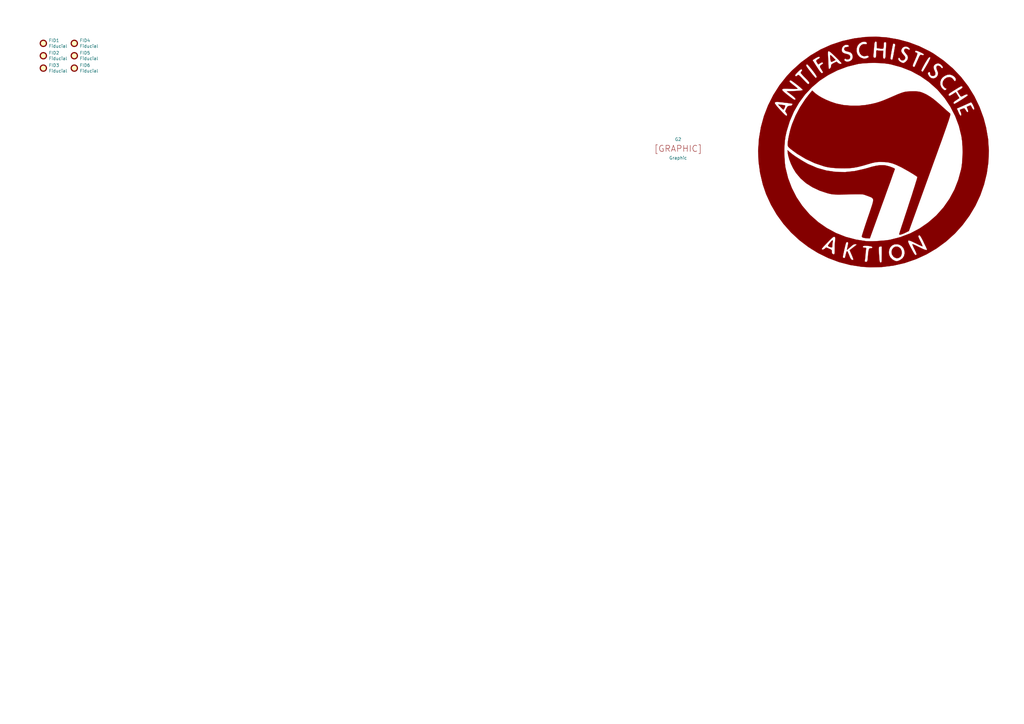
<source format=kicad_sch>
(kicad_sch (version 20210606) (generator eeschema)
  (paper "A3")
  (title_block (date "2021-05-31") (rev "1") (company "Aki"))
  (lib_symbols
    (symbol "Mechanical:Fiducial"
      (property "Reference" "FID" (at 0 5.08 0))
      (property "Value" "Fiducial" (at 0 3.175 0))
      (symbol "Fiducial_0_1"
        (circle (center 0 0) (radius 1.27) (stroke (width 0.508)) (fill (type background)))
      )
    )
    (symbol "lethalbit-graphics:Antifaschistische_Aktion" (pin_names (offset 1.016))
      (property "Reference" "G" (at -1.27 3.81 0))
      (property "Value" "Antifaschistische_Aktion" (at -1.27 3.81 0))
      (symbol "Antifaschistische_Aktion_1_1"
        (polyline (pts (xy -36.7792 -32.2326) (xy -36.5506 -31.9278) (xy -36.2966 -31.3944) (xy -36.1442 -30.8864) (xy -36.1442 -30.5816) (xy -36.2966 -30.5054) (xy -36.8554 -30.4038) (xy -37.6428 -30.3022) (xy -38.989 -30.1498) (xy -37.9984 -31.1912) (xy -37.5666 -31.6484) (xy -37.084 -32.0802) (xy -36.83 -32.258) (xy -36.7792 -32.2326)) (stroke (width 0.0254)) (fill (type outline)))
        (polyline (pts (xy -16.8656 -12.5984) (xy -16.2306 -12.2936) (xy -15.4432 -11.8872) (xy -16.4084 -10.8966) (xy -16.8148 -10.4902) (xy -17.2974 -10.0584) (xy -17.5768 -9.906) (xy -17.6276 -9.9822) (xy -17.653 -10.414) (xy -17.6022 -11.0998) (xy -17.526 -11.7856) (xy -17.399 -12.3698) (xy -17.3482 -12.4968) (xy -17.1958 -12.6492) (xy -16.8656 -12.5984)) (stroke (width 0.0254)) (fill (type outline)))
        (polyline (pts (xy 10.3886 -93.1164) (xy 11.1506 -92.6592) (xy 11.5316 -92.0242) (xy 11.7348 -91.0844) (xy 11.6078 -90.0938) (xy 11.176 -89.2302) (xy 10.4902 -88.6714) (xy 9.8552 -88.4428) (xy 9.0424 -88.4682) (xy 8.255 -88.9508) (xy 7.747 -89.662) (xy 7.5184 -90.6526) (xy 7.6962 -91.6432) (xy 8.2804 -92.5322) (xy 8.636 -92.837) (xy 9.4996 -93.1926) (xy 10.3886 -93.1164)) (stroke (width 0.0254)) (fill (type outline)))
        (polyline (pts (xy -16.8148 -88.5698) (xy -16.764 -87.9348) (xy -16.764 -87.8586) (xy -16.7132 -87.0458) (xy -16.6116 -86.4108) (xy -16.5608 -86.0552) (xy -16.6878 -85.852) (xy -16.7386 -85.8774) (xy -17.0688 -86.1568) (xy -17.526 -86.6648) (xy -18.034 -87.2744) (xy -18.3896 -87.7824) (xy -18.542 -88.1126) (xy -18.3642 -88.3158) (xy -17.8562 -88.5698) (xy -17.399 -88.7222) (xy -16.9672 -88.7984) (xy -16.8148 -88.5698)) (stroke (width 0.0254)) (fill (type outline)))
        (polyline (pts (xy 3.7338 -70.9168) (xy 4.6228 -68.5038) (xy 5.4864 -66.0654) (xy 6.2992 -63.8302) (xy 7.0358 -61.8236) (xy 7.6454 -60.071) (xy 8.1534 -58.6232) (xy 8.5598 -57.5564) (xy 8.7884 -56.8452) (xy 8.89 -56.5912) (xy 8.8138 -56.4896) (xy 8.382 -56.2356) (xy 7.6708 -55.9308) (xy 6.7818 -55.6006) (xy 5.842 -55.3466) (xy 5.0038 -55.1434) (xy 4.0894 -55.0672) (xy 2.8194 -55.0672) (xy 1.3462 -55.2704) (xy -0.381 -55.6514) (xy -2.4638 -56.261) (xy -3.3782 -56.515) (xy -7.493 -57.4548) (xy -11.5062 -57.8866) (xy -15.3924 -57.8104) (xy -19.2024 -57.2516) (xy -22.9108 -56.2102) (xy -26.543 -54.6608) (xy -27.0002 -54.4322) (xy -28.5242 -53.5686) (xy -30.1498 -52.578) (xy -31.75 -51.562) (xy -33.147 -50.5714) (xy -34.2138 -49.7078) (xy -35.1536 -48.895) (xy -34.9758 -50.3936) (xy -34.8488 -51.1048) (xy -34.3916 -52.7304) (xy -33.7312 -54.483) (xy -32.8676 -56.261) (xy -31.9024 -57.8612) (xy -31.6484 -58.2422) (xy -29.7942 -60.452) (xy -27.5336 -62.4332) (xy -24.892 -64.1096) (xy -21.9202 -65.5066) (xy -18.669 -66.5734) (xy -18.1356 -66.7004) (xy -17.2212 -66.9036) (xy -16.3576 -67.0306) (xy -15.367 -67.0814) (xy -14.1732 -67.1068) (xy -12.573 -67.0814) (xy -10.8712 -67.056) (xy -8.9408 -67.0052) (xy -7.4168 -66.9798) (xy -5.3086 -66.9798) (xy -4.6228 -67.0052) (xy -4.0894 -67.056) (xy -3.683 -67.1576) (xy -3.302 -67.2846) (xy -2.8956 -67.437) (xy -2.3876 -67.6148) (xy -1.8034 -67.8434) (xy -1.1176 -68.0974) (xy -0.5842 -68.3514) (xy -0.254 -68.6308) (xy -0.0508 -69.0118) (xy 0 -69.5198) (xy -0.127 -70.2564) (xy -0.4064 -71.2724) (xy -0.8382 -72.5932) (xy -1.397 -74.2696) (xy -2.1336 -76.4032) (xy -2.3876 -77.1398) (xy -2.9972 -78.9432) (xy -3.5306 -80.5688) (xy -3.9878 -81.9912) (xy -4.3434 -83.1088) (xy -4.572 -83.8708) (xy -4.6736 -84.2264) (xy -4.5212 -84.6074) (xy -3.937 -84.836) (xy -3.1496 -84.963) (xy -2.286 -85.0392) (xy -1.397 -85.09) (xy 3.7338 -70.9168)) (stroke (width 0.0254)) (fill (type outline)))
        (polyline (pts (xy 12.0396 -83.2612) (xy 13.1064 -82.804) (xy 14.6304 -82.042) (xy 23.2918 -58.0898) (xy 24.6634 -54.2798) (xy 25.9334 -50.8) (xy 27.0256 -47.752) (xy 27.9908 -45.1104) (xy 28.8036 -42.8244) (xy 29.4894 -40.8686) (xy 30.0736 -39.2176) (xy 30.5308 -37.8714) (xy 30.9118 -36.7792) (xy 31.1912 -35.8902) (xy 31.3944 -35.2298) (xy 31.5214 -34.7218) (xy 31.5976 -34.3408) (xy 31.5976 -34.1122) (xy 31.5722 -33.9344) (xy 31.5214 -33.8328) (xy 31.4452 -33.782) (xy 31.3436 -33.6804) (xy 30.861 -33.274) (xy 30.099 -32.6136) (xy 29.1592 -31.7754) (xy 28.1432 -30.861) (xy 27.813 -30.5562) (xy 26.0604 -29.0322) (xy 24.5364 -27.7876) (xy 23.1648 -26.8478) (xy 21.8948 -26.0858) (xy 20.5994 -25.4762) (xy 19.8882 -25.1968) (xy 19.1516 -24.9682) (xy 18.3896 -24.8412) (xy 17.4244 -24.765) (xy 15.9766 -24.765) (xy 14.9352 -24.7904) (xy 14.0208 -24.8412) (xy 13.1826 -24.9428) (xy 12.2936 -25.1714) (xy 11.303 -25.5016) (xy 10.1092 -25.9588) (xy 8.636 -26.5938) (xy 6.7818 -27.4066) (xy 6.35 -27.5844) (xy 4.318 -28.448) (xy 2.54 -29.083) (xy 0.8382 -29.591) (xy -0.9652 -29.9974) (xy -2.9972 -30.353) (xy -3.0734 -30.3784) (xy -5.9944 -30.6578) (xy -9.0678 -30.6578) (xy -12.0904 -30.4038) (xy -14.859 -29.845) (xy -15.6718 -29.6164) (xy -17.526 -28.9814) (xy -19.4056 -28.194) (xy -21.1328 -27.3304) (xy -22.6314 -26.416) (xy -23.7744 -25.5778) (xy -25.019 -24.4348) (xy -26.3906 -26.1112) (xy -27.8638 -28.0162) (xy -29.9974 -31.2674) (xy -31.8008 -34.671) (xy -33.2232 -38.1) (xy -33.528 -38.989) (xy -34.0106 -40.6146) (xy -34.417 -42.291) (xy -34.7472 -43.8912) (xy -34.9758 -45.2882) (xy -35.052 -46.3296) (xy -35.052 -46.482) (xy -35.0266 -46.9646) (xy -34.8996 -47.371) (xy -34.5948 -47.752) (xy -34.036 -48.26) (xy -33.147 -48.9458) (xy -31.1658 -50.3936) (xy -27.6098 -52.5272) (xy -23.9014 -54.2544) (xy -20.1168 -55.5244) (xy -19.304 -55.7276) (xy -18.161 -55.9562) (xy -16.9418 -56.1086) (xy -15.5194 -56.2356) (xy -13.716 -56.3118) (xy -11.7348 -56.3372) (xy -9.8552 -56.2864) (xy -8.128 -56.1086) (xy -6.35 -55.7784) (xy -4.4196 -55.2958) (xy -2.159 -54.6354) (xy -0.7874 -54.229) (xy 0.3048 -53.975) (xy 1.2446 -53.7972) (xy 2.2352 -53.721) (xy 3.429 -53.721) (xy 4.699 -53.7464) (xy 6.2738 -53.9242) (xy 7.7724 -54.2798) (xy 9.3472 -54.864) (xy 11.176 -55.7276) (xy 11.7348 -56.007) (xy 12.827 -56.6166) (xy 13.9954 -57.277) (xy 15.1892 -57.9628) (xy 16.2814 -58.6232) (xy 17.1958 -59.2074) (xy 17.8308 -59.6392) (xy 18.1356 -59.8932) (xy 18.0594 -60.1726) (xy 17.8816 -60.9092) (xy 17.526 -62.0014) (xy 17.0942 -63.4492) (xy 16.5354 -65.1764) (xy 15.9258 -67.1576) (xy 15.2146 -69.3166) (xy 14.4526 -71.628) (xy 14.4526 -71.6788) (xy 13.6906 -73.9902) (xy 12.9794 -76.1492) (xy 12.3444 -78.1304) (xy 11.7602 -79.8576) (xy 11.303 -81.28) (xy 10.9474 -82.3722) (xy 10.7442 -83.0834) (xy 10.668 -83.3628) (xy 10.7696 -83.5152) (xy 11.2522 -83.5152) (xy 12.0396 -83.2612)) (stroke (width 0.0254)) (fill (type outline)))
        (polyline (pts (xy 3.5814 -96.8248) (xy 8.3566 -96.2152) (xy 13.0048 -95.1484) (xy 17.526 -93.599) (xy 21.8694 -91.6178) (xy 26.0096 -89.1794) (xy 29.8958 -86.3346) (xy 33.528 -83.058) (xy 36.6268 -79.629) (xy 39.4716 -75.7682) (xy 41.91 -71.7042) (xy 43.9166 -67.4116) (xy 45.466 -62.9666) (xy 46.5836 -58.42) (xy 47.244 -53.7464) (xy 47.4218 -49.0474) (xy 47.117 -44.323) (xy 46.3042 -39.6494) (xy 45.2882 -35.7632) (xy 43.5864 -31.1404) (xy 41.4782 -26.7716) (xy 38.9382 -22.6568) (xy 35.9918 -18.8468) (xy 32.639 -15.3416) (xy 28.9052 -12.1666) (xy 24.8158 -9.3218) (xy 23.0378 -8.2804) (xy 18.9484 -6.2738) (xy 14.6304 -4.6482) (xy 10.1854 -3.4544) (xy 5.6388 -2.667) (xy 1.1176 -2.3368) (xy -3.3274 -2.4892) (xy -7.747 -3.048) (xy -12.5984 -4.1148) (xy -17.1958 -5.6388) (xy -21.5646 -7.5946) (xy -21.6916 -7.6708) (xy -12.9286 -7.6708) (xy -12.7254 -6.7818) (xy -12.192 -6.096) (xy -11.43 -5.6896) (xy -10.541 -5.6896) (xy -10.0838 -5.8928) (xy -9.906 -6.1976) (xy -10.16 -6.477) (xy -10.795 -6.604) (xy -10.9728 -6.604) (xy -11.557 -6.731) (xy -11.8364 -7.112) (xy -11.8364 -7.1882) (xy -11.811 -7.7724) (xy -11.3284 -8.2042) (xy -10.7696 -8.3566) (xy -6.8326 -8.3566) (xy -6.8072 -7.2136) (xy -6.4516 -6.1214) (xy -5.7912 -5.2324) (xy -4.7752 -4.5974) (xy -4.1402 -4.4196) (xy -3.3274 -4.3942) (xy -2.7686 -4.6228) (xy -2.54 -5.0546) (xy -2.5908 -5.3086) (xy -2.8194 -5.461) (xy -3.4036 -5.4102) (xy -4.0894 -5.4102) (xy -4.8768 -5.7912) (xy -5.4356 -6.477) (xy -5.7658 -7.366) (xy -5.7404 -8.3566) (xy -5.3594 -9.3218) (xy -4.699 -10.033) (xy -3.7846 -10.3632) (xy -2.7686 -10.2108) (xy -2.5654 -10.1346) (xy -2.1336 -10.0838) (xy -1.9304 -10.3378) (xy 0.0508 -10.3378) (xy 0.1016 -9.5504) (xy 0.1778 -8.636) (xy 0.2794 -7.4422) (xy 0.381 -6.2738) (xy 0.4064 -6.096) (xy 0.4826 -5.1562) (xy 0.6096 -4.6228) (xy 0.762 -4.3688) (xy 1.016 -4.318) (xy 1.1684 -4.318) (xy 1.397 -4.4704) (xy 1.4986 -4.8768) (xy 1.524 -5.6642) (xy 1.524 -7.0358) (xy 2.6924 -7.1882) (xy 3.0226 -7.239) (xy 3.7084 -7.2644) (xy 4.0894 -7.2136) (xy 4.1656 -7.0866) (xy 4.2672 -6.5786) (xy 4.318 -5.8166) (xy 4.318 -5.4102) (xy 4.3688 -4.8514) (xy 4.5466 -4.6228) (xy 4.8768 -4.5466) (xy 4.9022 -4.572) (xy 5.1562 -4.572) (xy 5.3086 -4.7244) (xy 5.3848 -5.0546) (xy 5.3594 -5.715) (xy 5.2832 -6.7818) (xy 5.2578 -7.0358) (xy 5.1816 -8.255) (xy 5.1308 -9.3726) (xy 5.08 -10.2108) (xy 5.08 -10.5664) (xy 4.953 -11.176) (xy 4.8768 -11.2522) (xy 7.0612 -11.2522) (xy 7.112 -10.6934) (xy 7.239 -9.8044) (xy 7.4676 -8.4836) (xy 7.493 -8.3312) (xy 7.7216 -7.1374) (xy 7.9248 -6.1468) (xy 8.0772 -5.461) (xy 8.1788 -5.1816) (xy 8.3058 -5.1308) (xy 8.7376 -5.2324) (xy 8.9916 -5.4102) (xy 9.0424 -5.9182) (xy 8.9916 -6.1722) (xy 8.8392 -6.8834) (xy 8.6868 -7.874) (xy 8.4836 -9.017) (xy 8.3566 -9.7536) (xy 8.1534 -10.7188) (xy 8.0264 -11.303) (xy 10.2362 -11.303) (xy 10.4394 -10.9982) (xy 10.7696 -10.9728) (xy 11.0236 -11.4046) (xy 11.1506 -11.6332) (xy 11.6078 -12.0396) (xy 12.192 -12.0904) (xy 12.7508 -11.8364) (xy 13.1064 -11.2522) (xy 13.1318 -10.8204) (xy 12.9032 -10.3124) (xy 12.3444 -9.6774) (xy 11.938 -9.2202) (xy 11.5062 -8.4582) (xy 11.5062 -7.747) (xy 11.938 -7.0104) (xy 12.192 -6.731) (xy 13.0048 -6.3754) (xy 13.8684 -6.4008) (xy 14.6812 -6.8834) (xy 15.0114 -7.2898) (xy 15.0622 -7.6454) (xy 14.732 -7.747) (xy 14.1478 -7.493) (xy 14.0716 -7.4422) (xy 13.4112 -7.239) (xy 12.9286 -7.3914) (xy 12.7 -7.8232) (xy 12.7762 -8.4074) (xy 13.2334 -9.017) (xy 13.2842 -9.0932) (xy 14.0462 -10.033) (xy 14.3002 -10.9474) (xy 14.0462 -11.8364) (xy 13.3096 -12.6492) (xy 13.2588 -12.7) (xy 12.7254 -13.0556) (xy 12.3444 -13.1826) (xy 12.0396 -13.1318) (xy 11.3284 -12.827) (xy 10.6934 -12.3444) (xy 10.287 -11.7856) (xy 10.2362 -11.303) (xy 8.0264 -11.303) (xy 8.001 -11.4046) (xy 7.8994 -11.684) (xy 7.7724 -11.7602) (xy 7.3152 -11.7348) (xy 7.239 -11.7094) (xy 7.112 -11.557) (xy 7.0612 -11.2522) (xy 4.8768 -11.2522) (xy 4.6736 -11.4046) (xy 4.191 -11.2776) (xy 4.064 -11.0744) (xy 4.0132 -10.4902) (xy 4.0132 -9.652) (xy 4.0894 -8.128) (xy 3.0734 -8.128) (xy 2.921 -8.1026) (xy 2.159 -8.0518) (xy 1.524 -7.9248) (xy 1.3462 -8.0518) (xy 1.27 -8.4836) (xy 1.27 -9.3472) (xy 1.2192 -10.2362) (xy 1.0922 -10.8458) (xy 0.8128 -11.0744) (xy 0.381 -10.9982) (xy 0.3556 -10.9982) (xy 0.127 -10.795) (xy 0.0508 -10.3378) (xy -1.9304 -10.3378) (xy -1.905 -10.414) (xy -1.8288 -10.6934) (xy -1.9812 -10.8712) (xy -2.4638 -11.1252) (xy -2.8194 -11.2776) (xy -3.8608 -11.3792) (xy -5.0292 -10.9982) (xy -5.8674 -10.3886) (xy -6.5278 -9.4488) (xy -6.8326 -8.3566) (xy -10.7696 -8.3566) (xy -10.3632 -8.4582) (xy -10.2616 -8.4582) (xy -9.2456 -8.8138) (xy -8.6106 -9.4742) (xy -8.382 -10.414) (xy -8.4582 -11.176) (xy -8.763 -11.8364) (xy -9.4234 -12.319) (xy -9.9314 -12.5222) (xy -10.795 -12.6492) (xy -11.557 -12.3444) (xy -11.8618 -11.9888) (xy -11.7602 -11.557) (xy -11.557 -11.303) (xy -11.3284 -11.3792) (xy -11.049 -11.6078) (xy -10.4648 -11.684) (xy -9.8806 -11.5316) (xy -9.525 -11.176) (xy -9.4742 -10.3632) (xy -9.8298 -9.8044) (xy -10.6426 -9.4996) (xy -11.0744 -9.4234) (xy -12.0142 -9.144) (xy -12.5984 -8.763) (xy -12.8778 -8.2042) (xy -12.9286 -7.6708) (xy -21.6916 -7.6708) (xy -24.5618 -9.3726) (xy -18.5928 -9.3726) (xy -18.5674 -8.7376) (xy -18.4912 -8.382) (xy -18.3134 -8.2296) (xy -18.0594 -8.3058) (xy -17.4498 -8.7376) (xy -16.5862 -9.4996) (xy -15.4686 -10.5664) (xy -14.3002 -11.7348) (xy -13.6144 -12.4714) (xy -13.1318 -13.0048) (xy -12.954 -13.2334) (xy -13.0302 -13.4112) (xy -13.3604 -13.5636) (xy -13.8938 -13.462) (xy -14.4018 -13.1572) (xy -15.0114 -12.5984) (xy -16.1544 -13.1318) (xy -16.9164 -13.589) (xy -17.2212 -13.9446) (xy -17.272 -14.4526) (xy -17.3736 -14.986) (xy -17.78 -15.494) (xy -17.9324 -15.5448) (xy -18.1864 -15.5956) (xy -18.288 -15.3416) (xy -18.3388 -14.6558) (xy -18.3388 -14.3256) (xy -18.3896 -13.3858) (xy -18.4404 -12.2174) (xy -18.5166 -10.9728) (xy -18.542 -10.414) (xy -18.5928 -9.3726) (xy -24.5618 -9.3726) (xy -25.7048 -10.033) (xy -28.321 -11.9634) (xy -24.892 -11.9634) (xy -23.6474 -11.176) (xy -23.3426 -10.9982) (xy -22.5298 -10.5918) (xy -22.0218 -10.5664) (xy -21.844 -10.922) (xy -21.8694 -10.9474) (xy -22.098 -11.2268) (xy -22.606 -11.557) (xy -22.8092 -11.6586) (xy -23.2664 -12.0142) (xy -23.3172 -12.446) (xy -22.9616 -13.081) (xy -22.5552 -13.716) (xy -21.7424 -13.208) (xy -21.3106 -12.954) (xy -20.9042 -12.8524) (xy -20.6248 -13.0302) (xy -20.5486 -13.1318) (xy -20.6248 -13.4366) (xy -21.1074 -13.7922) (xy -21.59 -14.1224) (xy -21.8186 -14.5034) (xy -21.6916 -15.0368) (xy -21.209 -15.7988) (xy -21.0566 -16.0528) (xy -20.7264 -16.6116) (xy -20.574 -16.9672) (xy -20.6248 -17.0942) (xy -20.955 -17.3482) (xy -21.0058 -17.3482) (xy -21.1836 -17.2974) (xy -21.463 -17.0688) (xy -21.844 -16.6116) (xy -22.3774 -15.875) (xy -23.0886 -14.7828) (xy -24.0284 -13.3096) (xy -24.892 -11.9634) (xy -28.321 -11.9634) (xy -29.6164 -12.9032) (xy -30.8102 -13.9954) (xy -27.5082 -13.9954) (xy -27.3812 -13.7922) (xy -27.3304 -13.7414) (xy -27.1272 -13.6906) (xy -26.8478 -13.843) (xy -26.4414 -14.2748) (xy -25.8318 -14.986) (xy -24.9682 -16.0528) (xy -24.765 -16.3068) (xy -23.9268 -17.4244) (xy -23.4188 -18.2118) (xy -23.1648 -18.6944) (xy -23.1902 -18.9738) (xy -23.3172 -19.1262) (xy -23.5966 -19.304) (xy -23.8506 -19.05) (xy -24.3332 -18.4912) (xy -24.9936 -17.7038) (xy -25.7556 -16.7386) (xy -26.0604 -16.3322) (xy -26.797 -15.367) (xy -27.2542 -14.7066) (xy -27.4828 -14.2748) (xy -27.5082 -13.9954) (xy -30.8102 -13.9954) (xy -33.2994 -16.2306) (xy -35.2552 -18.3134) (xy -32.0548 -18.3134) (xy -32.004 -18.0086) (xy -31.6484 -17.5514) (xy -30.9626 -16.8402) (xy -30.5562 -16.4338) (xy -29.9466 -15.9004) (xy -29.5656 -15.7226) (xy -29.2862 -15.7734) (xy -29.2354 -15.8242) (xy -29.083 -16.1036) (xy -29.337 -16.4846) (xy -29.5656 -16.7894) (xy -29.718 -17.1704) (xy -29.6418 -17.3228) (xy -29.2354 -17.8054) (xy -28.6258 -18.4912) (xy -27.7114 -19.4056) (xy -26.8732 -20.2692) (xy -26.3906 -20.8534) (xy -26.162 -21.2598) (xy -26.2128 -21.4884) (xy -26.3652 -21.6662) (xy -26.6954 -21.844) (xy -26.8224 -21.7424) (xy -27.2542 -21.3614) (xy -27.8892 -20.7264) (xy -28.6512 -19.939) (xy -29.1846 -19.3802) (xy -29.8704 -18.669) (xy -30.4038 -18.1864) (xy -30.6832 -18.034) (xy -30.861 -18.0848) (xy -31.2674 -18.415) (xy -31.5722 -18.6436) (xy -31.9278 -18.4912) (xy -32.0548 -18.3134) (xy -35.2552 -18.3134) (xy -35.433 -18.4912) (xy -38.4302 -22.2758) (xy -39.5986 -24.13) (xy -37.3634 -24.13) (xy -37.2872 -23.9268) (xy -37.1348 -23.7998) (xy -36.8046 -23.6728) (xy -36.2204 -23.6474) (xy -35.306 -23.6474) (xy -33.9852 -23.7236) (xy -32.8422 -23.7744) (xy -31.877 -23.7744) (xy -31.242 -23.749) (xy -31.0134 -23.6982) (xy -31.0388 -23.622) (xy -31.3944 -23.2664) (xy -32.004 -22.7584) (xy -32.8168 -22.1234) (xy -33.274 -21.7424) (xy -33.9598 -21.209) (xy -34.29 -20.8534) (xy -34.3662 -20.5994) (xy -34.2392 -20.3708) (xy -34.163 -20.32) (xy -33.9598 -20.2438) (xy -33.6296 -20.32) (xy -33.147 -20.6248) (xy -32.4104 -21.1582) (xy -31.3436 -21.971) (xy -31.2674 -22.0218) (xy -30.3276 -22.7838) (xy -29.5402 -23.4696) (xy -29.0322 -23.9522) (xy -28.829 -24.2062) (xy -28.9306 -24.3078) (xy -29.4894 -24.4348) (xy -30.5562 -24.5364) (xy -32.131 -24.638) (xy -35.433 -24.765) (xy -33.5788 -26.162) (xy -33.1978 -26.4668) (xy -32.4612 -27.1018) (xy -31.9786 -27.6098) (xy -31.8262 -27.9146) (xy -31.9024 -28.1178) (xy -32.0802 -28.2702) (xy -32.4358 -28.194) (xy -32.9946 -27.8638) (xy -33.8328 -27.2542) (xy -35.0012 -26.3652) (xy -35.2298 -26.1874) (xy -36.2204 -25.3746) (xy -36.8808 -24.7904) (xy -37.2618 -24.384) (xy -37.3634 -24.13) (xy -39.5986 -24.13) (xy -40.9702 -26.2636) (xy -42.545 -29.4132) (xy -40.4114 -29.4132) (xy -40.132 -29.1592) (xy -39.4208 -29.083) (xy -38.227 -29.1592) (xy -36.576 -29.3624) (xy -36.2204 -29.4132) (xy -35.0266 -29.5402) (xy -34.036 -29.6926) (xy -33.3502 -29.7688) (xy -33.0962 -29.8196) (xy -33.0708 -29.9212) (xy -33.1724 -30.3022) (xy -33.4772 -30.5816) (xy -34.2138 -30.734) (xy -34.4424 -30.734) (xy -34.8996 -30.8356) (xy -35.2552 -31.1658) (xy -35.6108 -31.8516) (xy -35.8394 -32.3088) (xy -36.0172 -32.8168) (xy -35.9918 -33.147) (xy -35.7378 -33.4518) (xy -35.4838 -33.8582) (xy -35.306 -34.3408) (xy -35.3568 -34.6456) (xy -35.5092 -34.8234) (xy -35.8394 -34.6964) (xy -36.3728 -34.2646) (xy -37.1602 -33.4772) (xy -38.227 -32.3342) (xy -38.8366 -31.6738) (xy -39.7256 -30.6324) (xy -40.259 -29.8704) (xy -40.4114 -29.4132) (xy -42.545 -29.4132) (xy -43.1038 -30.5054) (xy -44.8056 -34.8996) (xy -46.0502 -39.4462) (xy -46.8376 -44.0944) (xy -47.1678 -48.7934) (xy -47.1678 -49.3776) (xy -36.449 -49.3776) (xy -36.3982 -47.117) (xy -36.2458 -45.0342) (xy -35.9918 -43.307) (xy -35.5346 -41.1988) (xy -34.2392 -37.0078) (xy -32.5374 -33.0708) (xy -30.4292 -29.4132) (xy -27.94 -26.0604) (xy -25.0952 -23.0378) (xy -21.9202 -20.3454) (xy -18.415 -18.0594) (xy -14.6304 -16.129) (xy -10.5664 -14.605) (xy -6.223 -13.5382) (xy -5.842 -13.462) (xy -4.0132 -13.2588) (xy -1.8796 -13.1318) (xy 0.4064 -13.081) (xy 2.6924 -13.1572) (xy 4.8006 -13.3096) (xy 6.604 -13.5636) (xy 7.3406 -13.716) (xy 8.9154 -14.1478) (xy 16.2052 -14.1478) (xy 16.3322 -13.6906) (xy 16.637 -12.954) (xy 17.145 -11.8364) (xy 17.2212 -11.6332) (xy 17.7292 -10.4648) (xy 18.0086 -9.6774) (xy 18.0848 -9.1948) (xy 17.9578 -8.9408) (xy 17.5006 -8.8646) (xy 17.145 -8.6106) (xy 17.2212 -8.1534) (xy 17.272 -8.1026) (xy 17.5768 -8.0518) (xy 18.1864 -8.2042) (xy 19.1262 -8.6106) (xy 19.2278 -8.6614) (xy 20.0406 -9.0424) (xy 20.5994 -9.3726) (xy 20.828 -9.5758) (xy 20.8026 -9.7536) (xy 20.5232 -10.0076) (xy 19.8882 -9.8806) (xy 19.6342 -9.8044) (xy 19.3802 -9.8298) (xy 19.1262 -10.0838) (xy 18.8214 -10.668) (xy 18.3896 -11.6078) (xy 18.288 -11.8618) (xy 17.8308 -12.8524) (xy 17.4498 -13.716) (xy 17.1958 -14.2748) (xy 17.018 -14.6304) (xy 16.764 -14.8336) (xy 16.4338 -14.6558) (xy 16.383 -14.6304) (xy 16.2306 -14.4272) (xy 16.2052 -14.1478) (xy 8.9154 -14.1478) (xy 11.5316 -14.859) (xy 15.4686 -16.4084) (xy 19.7358 -16.4084) (xy 19.7612 -16.0782) (xy 19.9898 -15.5448) (xy 20.4216 -14.6812) (xy 21.082 -13.4874) (xy 21.2598 -13.1572) (xy 21.9964 -11.9634) (xy 22.5298 -11.176) (xy 22.9362 -10.7696) (xy 23.241 -10.6934) (xy 23.4696 -10.8966) (xy 23.495 -10.922) (xy 23.3934 -11.2522) (xy 23.0886 -11.938) (xy 22.6314 -12.8778) (xy 22.0218 -13.9446) (xy 21.9456 -14.0716) (xy 21.336 -15.113) (xy 20.828 -15.9512) (xy 20.4724 -16.5354) (xy 20.32 -16.7386) (xy 20.2184 -16.7132) (xy 19.8374 -16.51) (xy 19.7358 -16.4084) (xy 15.4686 -16.4084) (xy 15.5448 -16.4338) (xy 16.9926 -17.2212) (xy 22.4028 -17.2212) (xy 22.606 -16.9926) (xy 22.9616 -16.7894) (xy 23.2664 -16.8656) (xy 23.368 -17.3482) (xy 23.495 -17.9832) (xy 24.003 -18.415) (xy 24.7396 -18.4404) (xy 25.019 -18.3388) (xy 25.4508 -17.907) (xy 25.4762 -17.1704) (xy 25.0952 -16.1544) (xy 24.8666 -15.6464) (xy 24.7142 -14.732) (xy 25.019 -14.0208) (xy 25.7302 -13.462) (xy 25.7556 -13.462) (xy 26.6446 -13.2588) (xy 27.4828 -13.5382) (xy 28.2702 -14.2748) (xy 28.5496 -14.6812) (xy 28.6512 -15.0114) (xy 28.4226 -15.24) (xy 28.1178 -15.3162) (xy 27.813 -14.9606) (xy 27.7876 -14.8844) (xy 27.3304 -14.478) (xy 26.7208 -14.2494) (xy 26.162 -14.3256) (xy 26.1366 -14.351) (xy 25.9334 -14.8082) (xy 25.9842 -15.494) (xy 26.289 -16.256) (xy 26.6192 -17.145) (xy 26.543 -18.1102) (xy 25.9842 -18.923) (xy 25.7302 -19.1262) (xy 24.8412 -19.5072) (xy 23.9776 -19.431) (xy 23.1902 -18.923) (xy 22.5806 -18.0086) (xy 22.4282 -17.6276) (xy 22.4028 -17.2212) (xy 16.9926 -17.2212) (xy 19.304 -18.4658) (xy 22.8092 -20.9042) (xy 22.86 -20.955) (xy 27.4828 -20.955) (xy 27.8638 -19.812) (xy 28.4988 -19.0246) (xy 29.4132 -18.3642) (xy 30.4546 -17.9324) (xy 31.4452 -17.8562) (xy 32.4104 -18.161) (xy 33.1978 -18.6436) (xy 33.7312 -19.2532) (xy 33.9598 -19.8628) (xy 33.782 -20.4216) (xy 33.5534 -20.6248) (xy 33.2994 -20.5486) (xy 32.9692 -20.066) (xy 32.3088 -19.304) (xy 31.4452 -18.9484) (xy 30.353 -19.0754) (xy 30.1244 -19.1516) (xy 29.2608 -19.7358) (xy 28.6512 -20.6248) (xy 28.448 -21.6408) (xy 28.575 -22.225) (xy 28.9814 -22.8854) (xy 29.4894 -23.3934) (xy 29.972 -23.622) (xy 30.1498 -23.6728) (xy 29.972 -24.003) (xy 29.7688 -24.1808) (xy 29.4386 -24.3332) (xy 29.0322 -24.1808) (xy 28.4226 -23.6728) (xy 27.9908 -23.1902) (xy 27.5336 -22.1234) (xy 27.4828 -20.955) (xy 22.86 -20.955) (xy 26.0096 -23.749) (xy 26.543 -24.2824) (xy 28.1432 -26.1874) (xy 30.861 -26.1874) (xy 31.0896 -25.7556) (xy 31.8008 -25.2222) (xy 32.4866 -24.7904) (xy 33.4518 -24.1808) (xy 34.4424 -23.5712) (xy 34.9758 -23.241) (xy 35.7378 -22.8092) (xy 36.195 -22.6314) (xy 36.4744 -22.7076) (xy 36.6522 -22.9616) (xy 36.6776 -23.0886) (xy 36.3982 -23.495) (xy 35.6616 -24.003) (xy 34.5186 -24.6634) (xy 35.1536 -25.7302) (xy 35.3822 -26.0604) (xy 35.7632 -26.6192) (xy 36.0426 -26.8732) (xy 36.1188 -26.8732) (xy 36.576 -26.7208) (xy 37.211 -26.3906) (xy 37.465 -26.2382) (xy 38.1508 -26.0096) (xy 38.6588 -26.0604) (xy 38.862 -26.3652) (xy 38.8366 -26.3652) (xy 38.608 -26.6192) (xy 38.0238 -27.051) (xy 37.1856 -27.6098) (xy 36.1696 -28.2702) (xy 36.068 -28.321) (xy 35.052 -28.956) (xy 34.163 -29.4894) (xy 33.5534 -29.8196) (xy 33.274 -29.972) (xy 33.147 -29.9212) (xy 32.9184 -29.5656) (xy 32.9184 -29.337) (xy 33.2486 -28.9306) (xy 34.036 -28.3972) (xy 34.5948 -28.0162) (xy 35.1028 -27.686) (xy 35.306 -27.5082) (xy 35.2298 -27.3812) (xy 34.9758 -26.924) (xy 34.5694 -26.2636) (xy 33.8582 -25.1206) (xy 32.6644 -25.8826) (xy 32.5628 -25.9588) (xy 31.8008 -26.416) (xy 31.3182 -26.6192) (xy 31.0388 -26.5684) (xy 30.8864 -26.2636) (xy 30.861 -26.1874) (xy 28.1432 -26.1874) (xy 29.3116 -27.5336) (xy 31.6738 -31.0896) (xy 32.0294 -31.8008) (xy 34.29 -31.8008) (xy 37.0078 -30.607) (xy 38.0492 -30.1498) (xy 38.989 -29.718) (xy 40.0558 -29.2608) (xy 40.2336 -29.3116) (xy 40.6146 -29.7688) (xy 41.0464 -30.607) (xy 41.2242 -31.0134) (xy 41.4782 -31.6738) (xy 41.5036 -32.0548) (xy 41.3512 -32.258) (xy 41.2242 -32.3088) (xy 40.9194 -32.1564) (xy 40.5384 -31.5468) (xy 40.4114 -31.3182) (xy 40.132 -30.7848) (xy 40.005 -30.5308) (xy 39.8526 -30.5308) (xy 39.4208 -30.6832) (xy 38.862 -30.9118) (xy 38.4048 -31.115) (xy 38.4048 -31.1404) (xy 38.5064 -31.5214) (xy 38.735 -32.1056) (xy 38.9382 -32.6644) (xy 38.989 -33.0708) (xy 38.8112 -33.2994) (xy 38.735 -33.3248) (xy 38.4048 -33.1978) (xy 38.0238 -32.6136) (xy 37.9222 -32.4612) (xy 37.592 -31.9532) (xy 37.3634 -31.75) (xy 37.2618 -31.75) (xy 36.83 -31.8516) (xy 36.2458 -32.0548) (xy 35.7632 -32.2326) (xy 35.56 -32.3596) (xy 35.56 -32.4104) (xy 35.687 -32.766) (xy 35.941 -33.3756) (xy 36.0172 -33.5534) (xy 36.1696 -34.163) (xy 36.1696 -34.544) (xy 35.9664 -34.7726) (xy 35.7632 -34.7472) (xy 35.4838 -34.417) (xy 35.1282 -33.7312) (xy 34.6456 -32.5882) (xy 34.29 -31.8008) (xy 32.0294 -31.8008) (xy 33.6296 -34.8996) (xy 35.1536 -38.9382) (xy 36.195 -43.18) (xy 36.195 -43.2308) (xy 36.4744 -45.1104) (xy 36.6268 -47.3202) (xy 36.6776 -49.6824) (xy 36.6014 -52.07) (xy 36.449 -54.2544) (xy 36.195 -56.134) (xy 36.0426 -56.8706) (xy 34.8996 -61.0616) (xy 33.3248 -65.0748) (xy 31.2928 -68.834) (xy 28.8544 -72.3392) (xy 26.0096 -75.5396) (xy 25.7556 -75.7936) (xy 22.5044 -78.613) (xy 18.9992 -81.026) (xy 15.2146 -83.0072) (xy 11.2268 -84.5312) (xy 7.0612 -85.598) (xy 6.5532 -85.6996) (xy 5.0546 -85.9028) (xy 3.3528 -86.0552) (xy 2.286 -86.1314) (xy 14.2748 -86.1314) (xy 14.5034 -85.9028) (xy 15.0876 -86.0044) (xy 16.0528 -86.4108) (xy 17.4498 -87.0712) (xy 18.4658 -87.5792) (xy 19.3548 -87.9856) (xy 19.9644 -88.2396) (xy 20.2184 -88.2904) (xy 20.2184 -88.2142) (xy 20.066 -87.7824) (xy 19.7612 -87.0458) (xy 18.8976 -85.3186) (xy 18.5928 -84.6328) (xy 18.4912 -84.2264) (xy 18.542 -83.9724) (xy 18.7452 -83.8454) (xy 18.8214 -83.7946) (xy 19.0246 -83.7946) (xy 19.2786 -84.0232) (xy 19.5834 -84.4804) (xy 20.0406 -85.2932) (xy 20.6502 -86.487) (xy 20.701 -86.6394) (xy 21.2344 -87.7316) (xy 21.6916 -88.6714) (xy 21.971 -89.3318) (xy 22.098 -89.662) (xy 21.9964 -89.8398) (xy 21.6662 -89.8652) (xy 21.0566 -89.6874) (xy 20.0914 -89.281) (xy 18.7452 -88.6206) (xy 17.8308 -88.1634) (xy 16.9418 -87.757) (xy 16.3322 -87.503) (xy 16.0782 -87.4522) (xy 16.0782 -87.5284) (xy 16.2306 -87.9602) (xy 16.5354 -88.6968) (xy 16.9926 -89.6112) (xy 17.3482 -90.3478) (xy 17.6784 -91.0844) (xy 17.8054 -91.5162) (xy 17.7546 -91.7448) (xy 17.5768 -91.8972) (xy 17.5006 -91.9226) (xy 17.272 -91.9226) (xy 17.018 -91.6686) (xy 16.6878 -91.186) (xy 16.2052 -90.3478) (xy 15.5448 -89.1032) (xy 15.494 -89.027) (xy 14.8082 -87.6808) (xy 14.3764 -86.7156) (xy 14.2748 -86.1314) (xy 2.286 -86.1314) (xy 1.5494 -86.1822) (xy -0.2032 -86.2584) (xy -1.7526 -86.2584) (xy -2.921 -86.2076) (xy -7.0612 -85.5726) (xy -11.2776 -84.455) (xy -15.2654 -82.8802) (xy -19.0246 -80.8482) (xy -22.5298 -78.4098) (xy -25.781 -75.5396) (xy -26.3398 -74.9554) (xy -29.1084 -71.7042) (xy -31.4706 -68.1736) (xy -33.401 -64.3636) (xy -34.925 -60.3504) (xy -35.9664 -56.134) (xy -36.0426 -55.7276) (xy -36.2712 -53.8226) (xy -36.3982 -51.6636) (xy -36.449 -49.3776) (xy -47.1678 -49.3776) (xy -47.0154 -53.5432) (xy -46.3804 -58.2676) (xy -45.2628 -62.992) (xy -43.9166 -66.929) (xy -41.9354 -71.247) (xy -39.5732 -75.311) (xy -36.8046 -79.121) (xy -33.7058 -82.6262) (xy -30.2768 -85.8012) (xy -26.5684 -88.6206) (xy -25.273 -89.4334) (xy -21.1074 -89.4334) (xy -20.955 -89.1286) (xy -20.574 -88.646) (xy -19.8882 -87.9094) (xy -18.8976 -86.868) (xy -17.9832 -85.9282) (xy -17.1704 -85.1408) (xy -16.5608 -84.6328) (xy -16.1798 -84.4042) (xy -15.9004 -84.4042) (xy -15.7988 -84.455) (xy -15.5956 -84.6582) (xy -15.5194 -85.1154) (xy -15.5956 -85.9028) (xy -15.621 -86.0552) (xy -15.6972 -87.0204) (xy -15.748 -88.2396) (xy -15.748 -89.4588) (xy -15.7734 -90.0176) (xy -15.7988 -90.9828) (xy -15.9004 -91.5162) (xy -16.0782 -91.6686) (xy -16.4338 -91.6178) (xy -16.891 -91.2368) (xy -16.9926 -90.5256) (xy -16.9672 -90.2716) (xy -17.0434 -89.916) (xy -17.399 -89.6112) (xy -18.1102 -89.3064) (xy -19.304 -88.7984) (xy -19.8882 -89.3318) (xy -20.3454 -89.6366) (xy -20.955 -89.662) (xy -21.0566 -89.6112) (xy -21.1074 -89.4334) (xy -25.273 -89.4334) (xy -22.606 -91.0844) (xy -19.558 -92.583) (xy -12.446 -92.583) (xy -12.3698 -91.9734) (xy -12.1666 -91.0336) (xy -11.8618 -89.662) (xy -11.6586 -88.7984) (xy -11.4046 -87.7316) (xy -11.2014 -87.0712) (xy -10.9982 -86.6902) (xy -10.8204 -86.5378) (xy -10.6172 -86.5378) (xy -10.4902 -86.5886) (xy -10.2362 -86.8426) (xy -10.287 -87.4014) (xy -10.414 -88.1126) (xy -10.7696 -89.789) (xy -10.16 -89.281) (xy -10.0584 -89.2048) (xy -9.4234 -88.646) (xy -8.7376 -88.0618) (xy -8.6868 -87.9856) (xy -7.9248 -87.503) (xy -7.2136 -87.4014) (xy -6.9342 -87.4522) (xy -6.7818 -87.5284) (xy -6.858 -87.7316) (xy -7.2898 -88.0872) (xy -7.747 -88.4428) (xy -4.2672 -88.4428) (xy -4.1402 -88.2396) (xy -3.5814 -88.0618) (xy -2.5654 -88.0872) (xy -1.0922 -88.265) (xy -0.508 -88.4682) (xy -0.254 -88.773) (xy -0.4318 -89.027) (xy -0.9906 -89.154) (xy -1.0922 -89.154) (xy -1.4224 -89.1794) (xy -1.651 -89.3572) (xy -1.651 -89.3826) (xy 2.2606 -89.3826) (xy 2.3114 -88.8492) (xy 2.4384 -88.5444) (xy 2.6162 -88.4174) (xy 2.921 -88.392) (xy 3.556 -88.392) (xy 3.556 -90.7542) (xy 6.4008 -90.7542) (xy 6.5532 -89.6874) (xy 6.985 -88.7476) (xy 7.6962 -87.9856) (xy 8.6614 -87.5284) (xy 9.8552 -87.4522) (xy 10.7442 -87.6554) (xy 11.7094 -88.2396) (xy 12.4206 -89.1032) (xy 12.827 -90.1446) (xy 12.9032 -91.2368) (xy 12.6492 -92.3036) (xy 12.0396 -93.2434) (xy 11.049 -93.9546) (xy 10.3632 -94.2848) (xy 9.7028 -94.4372) (xy 9.1186 -94.361) (xy 8.382 -94.0308) (xy 7.8232 -93.6752) (xy 7.0104 -92.837) (xy 6.5278 -91.821) (xy 6.4008 -90.7542) (xy 3.556 -90.7542) (xy 3.556 -91.694) (xy 3.5306 -92.71) (xy 3.5306 -93.7514) (xy 3.4798 -94.4118) (xy 3.4036 -94.7928) (xy 3.2766 -94.9452) (xy 3.0734 -94.996) (xy 2.9464 -94.9706) (xy 2.7432 -94.8182) (xy 2.6162 -94.4626) (xy 2.54 -93.7768) (xy 2.4384 -92.6592) (xy 2.3622 -91.4908) (xy 2.286 -90.2462) (xy 2.2606 -89.3826) (xy -1.651 -89.3826) (xy -1.8034 -89.7128) (xy -1.9304 -90.3478) (xy -2.0574 -91.3384) (xy -2.1844 -92.7608) (xy -2.2352 -93.3958) (xy -2.3368 -94.1324) (xy -2.4638 -94.5388) (xy -2.667 -94.6912) (xy -2.9718 -94.742) (xy -3.048 -94.7166) (xy -3.4544 -94.615) (xy -3.4798 -94.2848) (xy -3.4544 -94.234) (xy -3.3782 -93.6752) (xy -3.2766 -92.837) (xy -3.175 -91.821) (xy -3.175 -91.5924) (xy -3.0734 -90.6018) (xy -2.9718 -89.789) (xy -2.8956 -89.3318) (xy -2.8702 -89.154) (xy -3.0226 -88.9508) (xy -3.5814 -88.9) (xy -3.8354 -88.8746) (xy -4.2418 -88.7476) (xy -4.2672 -88.4428) (xy -7.747 -88.4428) (xy -9.652 -89.916) (xy -8.763 -91.948) (xy -8.509 -92.5576) (xy -8.2296 -93.3196) (xy -8.1026 -93.726) (xy -8.1788 -93.9292) (xy -8.382 -93.98) (xy -8.382 -93.9546) (xy -8.7884 -93.8784) (xy -9.144 -93.5736) (xy -9.4996 -92.964) (xy -9.906 -91.9226) (xy -10.16 -91.313) (xy -10.4648 -90.6526) (xy -10.6934 -90.3224) (xy -10.8204 -90.3986) (xy -11.0236 -90.8558) (xy -11.2268 -91.6432) (xy -11.2776 -91.8718) (xy -11.4554 -92.6592) (xy -11.6332 -93.0656) (xy -11.8872 -93.1672) (xy -12.2682 -93.0656) (xy -12.2936 -93.0656) (xy -12.4206 -92.9132) (xy -12.446 -92.583) (xy -19.558 -92.583) (xy -18.3896 -93.1418) (xy -13.9954 -94.7928) (xy -9.4234 -95.9866) (xy -4.699 -96.7232) (xy -1.2446 -96.9264) (xy 3.5814 -96.8248)) (stroke (width 0.0254)) (fill (type outline)))
      )
    )
    (symbol "lethalbit-graphics:Graphic"
      (property "Reference" "G" (at 0 3.81 0))
      (property "Value" "Graphic" (at 0 -3.81 0))
      (symbol "Graphic_0_0"
        (text "[GRAPHIC]" (at 0 0 0) (effects (font (size 2.54 2.54))))
      )
    )
  )
  (symbol (lib_id "Mechanical:Fiducial") (at 17.78 17.78 0) (unit 1)
    (property "Reference" "FID1" (at 19.939 16.6116 0) (effects (justify left)))
    (property "Value" "Fiducial" (at 19.939 18.923 0) (effects (justify left)))
    (property "Footprint" "Fiducial:Fiducial_0.75mm_Mask1.5mm" (effects hide))
  )
  (symbol (lib_id "Mechanical:Fiducial") (at 17.78 22.86 0) (unit 1)
    (property "Reference" "FID2" (at 19.939 21.6916 0) (effects (justify left)))
    (property "Value" "Fiducial" (at 19.939 24.003 0) (effects (justify left)))
    (property "Footprint" "Fiducial:Fiducial_0.75mm_Mask1.5mm" (effects hide))
  )
  (symbol (lib_id "Mechanical:Fiducial") (at 17.78 27.94 0) (unit 1)
    (property "Reference" "FID3" (at 19.939 26.7716 0) (effects (justify left)))
    (property "Value" "Fiducial" (at 19.939 29.083 0) (effects (justify left)))
    (property "Footprint" "Fiducial:Fiducial_0.75mm_Mask1.5mm" (effects hide))
  )
  (symbol (lib_id "Mechanical:Fiducial") (at 30.48 17.78 0) (unit 1)
    (property "Reference" "FID4" (at 32.639 16.6116 0) (effects (justify left)))
    (property "Value" "Fiducial" (at 32.639 18.923 0) (effects (justify left)))
    (property "Footprint" "Fiducial:Fiducial_0.75mm_Mask1.5mm" (effects hide))
  )
  (symbol (lib_id "Mechanical:Fiducial") (at 30.48 22.86 0) (unit 1)
    (property "Reference" "FID5" (at 32.639 21.6916 0) (effects (justify left)))
    (property "Value" "Fiducial" (at 32.639 24.003 0) (effects (justify left)))
    (property "Footprint" "Fiducial:Fiducial_0.75mm_Mask1.5mm" (effects hide))
  )
  (symbol (lib_id "Mechanical:Fiducial") (at 30.48 27.94 0) (unit 1)
    (property "Reference" "FID6" (at 32.639 26.7716 0) (effects (justify left)))
    (property "Value" "Fiducial" (at 32.639 29.083 0) (effects (justify left)))
    (property "Footprint" "Fiducial:Fiducial_0.75mm_Mask1.5mm" (effects hide))
  )
  (symbol (lib_id "lethalbit-graphics:Graphic") (at 278.13 60.96 0) (unit 1)
    (property "Reference" "G2" (at 278.13 57.15 0))
    (property "Value" "Graphic" (at 278.13 64.77 0))
    (property "Footprint" "lethalbit-graphics:ran-filled" (effects hide))
  )
  (symbol (lib_id "lethalbit-graphics:Antifaschistische_Aktion") (at 358.14 12.7 0) (unit 1)
    (property "Reference" "G1" (effects hide))
    (property "Value" "Antifaschistische_Aktion" (effects hide))
    (property "Footprint" "lethalbit-graphics:Antifaschistische Aktion_600dpi" (effects hide))
  )
)
</source>
